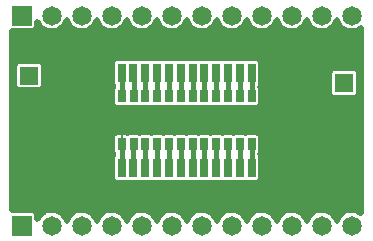
<source format=gbl>
G04 This is an RS-274x file exported by *
G04 gerbv version 2.6.0 *
G04 More information is available about gerbv at *
G04 http://gerbv.gpleda.org/ *
G04 --End of header info--*
%MOIN*%
%FSLAX34Y34*%
%IPPOS*%
G04 --Define apertures--*
%ADD10C,0.0060*%
%ADD11R,0.0600X0.0600*%
%ADD12R,0.0650X0.0650*%
%ADD13C,0.0650*%
%ADD14R,0.0256X0.0630*%
%ADD15R,0.0256X0.0394*%
%ADD16C,0.0160*%
%ADD17C,0.0080*%
%ADD18C,0.0200*%
G04 --Start main section--*
G54D11*
G01X0052250Y-036000D03*
G01X0062750Y-036250D03*
G01X0052250Y-039000D03*
G01X0062750Y-038750D03*
G54D12*
G01X0052000Y-034000D03*
G54D13*
G01X0053000Y-034000D03*
G01X0054000Y-034000D03*
G01X0055000Y-034000D03*
G01X0056000Y-034000D03*
G01X0057000Y-034000D03*
G01X0058000Y-034000D03*
G01X0059000Y-034000D03*
G01X0060000Y-034000D03*
G01X0061000Y-034000D03*
G01X0062000Y-034000D03*
G01X0063000Y-034000D03*
G54D12*
G01X0052000Y-041000D03*
G54D13*
G01X0053000Y-041000D03*
G01X0054000Y-041000D03*
G01X0055000Y-041000D03*
G01X0056000Y-041000D03*
G01X0057000Y-041000D03*
G01X0058000Y-041000D03*
G01X0059000Y-041000D03*
G01X0060000Y-041000D03*
G01X0061000Y-041000D03*
G01X0062000Y-041000D03*
G01X0063000Y-041000D03*
G54D14*
G01X0055335Y-039075D03*
G01X0055728Y-039075D03*
G01X0056122Y-039075D03*
G01X0056516Y-039075D03*
G01X0056909Y-039075D03*
G01X0057303Y-039075D03*
G01X0057697Y-039075D03*
G01X0058091Y-039075D03*
G01X0058484Y-039075D03*
G01X0058878Y-039075D03*
G01X0059272Y-039075D03*
G01X0059665Y-039075D03*
G01X0059665Y-035925D03*
G01X0059272Y-035925D03*
G01X0058878Y-035925D03*
G01X0058484Y-035925D03*
G01X0058091Y-035925D03*
G01X0057697Y-035925D03*
G01X0057303Y-035925D03*
G01X0056909Y-035925D03*
G01X0056516Y-035925D03*
G01X0056122Y-035925D03*
G01X0055728Y-035925D03*
G01X0055335Y-035925D03*
G54D15*
G01X0059666Y-036693D03*
G01X0059666Y-037205D03*
G01X0056516Y-038288D03*
G01X0056516Y-037776D03*
G01X0056910Y-038288D03*
G01X0056910Y-037776D03*
G01X0057304Y-038288D03*
G01X0057304Y-037776D03*
G01X0057697Y-038288D03*
G01X0057697Y-037776D03*
G01X0058091Y-038288D03*
G01X0058091Y-037776D03*
G01X0058485Y-038288D03*
G01X0058485Y-037776D03*
G01X0058878Y-038288D03*
G01X0058878Y-037776D03*
G01X0059272Y-038288D03*
G01X0059272Y-037776D03*
G01X0059666Y-038288D03*
G01X0059666Y-037776D03*
G01X0059272Y-036693D03*
G01X0059272Y-037205D03*
G01X0058878Y-036693D03*
G01X0058878Y-037205D03*
G01X0058485Y-036693D03*
G01X0058485Y-037205D03*
G01X0058091Y-036693D03*
G01X0058091Y-037205D03*
G01X0057697Y-036693D03*
G01X0057697Y-037205D03*
G01X0057304Y-036693D03*
G01X0057304Y-037205D03*
G01X0056910Y-036693D03*
G01X0056910Y-037205D03*
G01X0056516Y-036693D03*
G01X0056516Y-037205D03*
G01X0056122Y-036693D03*
G01X0056122Y-037205D03*
G01X0055729Y-036693D03*
G01X0055729Y-037205D03*
G01X0055335Y-036693D03*
G01X0055335Y-037205D03*
G01X0056122Y-038288D03*
G01X0056122Y-037776D03*
G01X0055729Y-038288D03*
G01X0055729Y-037776D03*
G01X0055335Y-038288D03*
G01X0055335Y-037776D03*
G54D16*
G01X0055335Y-039232D02*
G01X0055335Y-038288D01*
G01X0058878Y-039232D02*
G01X0058878Y-038288D01*
G01X0059272Y-039232D02*
G01X0059272Y-038288D01*
G01X0059665Y-038289D02*
G01X0059666Y-038288D01*
G01X0059665Y-039232D02*
G01X0059665Y-038289D01*
G01X0059665Y-035768D02*
G01X0059665Y-036692D01*
G01X0059665Y-036692D02*
G01X0059666Y-036693D01*
G01X0059272Y-036693D02*
G01X0059272Y-035768D01*
G01X0058878Y-036693D02*
G01X0058878Y-035768D01*
G01X0058485Y-035769D02*
G01X0058484Y-035768D01*
G01X0058485Y-036693D02*
G01X0058485Y-035769D01*
G01X0058091Y-036693D02*
G01X0058091Y-035768D01*
G01X0057697Y-036693D02*
G01X0057697Y-035768D01*
G01X0057304Y-036693D02*
G01X0057304Y-035769D01*
G01X0057304Y-035769D02*
G01X0057303Y-035768D01*
G01X0055728Y-039232D02*
G01X0055728Y-038289D01*
G01X0055728Y-038289D02*
G01X0055729Y-038288D01*
G01X0056910Y-036693D02*
G01X0056910Y-035769D01*
G01X0056910Y-035769D02*
G01X0056909Y-035768D01*
G01X0056516Y-036693D02*
G01X0056516Y-035768D01*
G01X0056122Y-036693D02*
G01X0056122Y-035768D01*
G01X0055729Y-036693D02*
G01X0055729Y-035769D01*
G01X0055729Y-035769D02*
G01X0055728Y-035768D01*
G01X0055335Y-035768D02*
G01X0055335Y-036693D01*
G01X0056122Y-039232D02*
G01X0056122Y-038288D01*
G01X0056516Y-039232D02*
G01X0056516Y-038288D01*
G01X0056909Y-039232D02*
G01X0056909Y-038289D01*
G01X0056909Y-038289D02*
G01X0056910Y-038288D01*
G01X0057303Y-038289D02*
G01X0057304Y-038288D01*
G01X0057303Y-039232D02*
G01X0057303Y-038289D01*
G01X0057697Y-039232D02*
G01X0057697Y-038288D01*
G01X0058091Y-039232D02*
G01X0058091Y-038288D01*
G01X0058484Y-038289D02*
G01X0058485Y-038288D01*
G01X0058484Y-039232D02*
G01X0058484Y-038289D01*
G54D17*
G01X0055335Y-038288D02*
G01X0055335Y-037776D01*
G54D10*
G36*
G01X0063325Y-040587D02*
G01X0063251Y-040537D01*
G01X0063249Y-040536D01*
G01X0063249Y-036570D01*
G01X0063249Y-036531D01*
G01X0063249Y-035930D01*
G01X0063241Y-035892D01*
G01X0063226Y-035856D01*
G01X0063205Y-035823D01*
G01X0063177Y-035796D01*
G01X0063145Y-035774D01*
G01X0063109Y-035759D01*
G01X0063070Y-035751D01*
G01X0063031Y-035751D01*
G01X0062430Y-035751D01*
G01X0062392Y-035759D01*
G01X0062356Y-035774D01*
G01X0062323Y-035795D01*
G01X0062296Y-035823D01*
G01X0062274Y-035855D01*
G01X0062259Y-035891D01*
G01X0062251Y-035930D01*
G01X0062251Y-035969D01*
G01X0062251Y-036570D01*
G01X0062259Y-036608D01*
G01X0062274Y-036644D01*
G01X0062295Y-036677D01*
G01X0062323Y-036704D01*
G01X0062355Y-036726D01*
G01X0062391Y-036741D01*
G01X0062430Y-036749D01*
G01X0062469Y-036749D01*
G01X0063070Y-036749D01*
G01X0063108Y-036741D01*
G01X0063144Y-036726D01*
G01X0063177Y-036705D01*
G01X0063204Y-036677D01*
G01X0063226Y-036645D01*
G01X0063241Y-036609D01*
G01X0063249Y-036570D01*
G01X0063249Y-040536D01*
G01X0063156Y-040497D01*
G01X0063055Y-040476D01*
G01X0062953Y-040476D01*
G01X0062852Y-040495D01*
G01X0062756Y-040533D01*
G01X0062670Y-040589D01*
G01X0062597Y-040661D01*
G01X0062539Y-040746D01*
G01X0062499Y-040836D01*
G01X0062465Y-040753D01*
G01X0062408Y-040668D01*
G01X0062336Y-040595D01*
G01X0062251Y-040537D01*
G01X0062156Y-040497D01*
G01X0062055Y-040476D01*
G01X0061953Y-040476D01*
G01X0061852Y-040495D01*
G01X0061756Y-040533D01*
G01X0061670Y-040589D01*
G01X0061597Y-040661D01*
G01X0061539Y-040746D01*
G01X0061499Y-040836D01*
G01X0061465Y-040753D01*
G01X0061408Y-040668D01*
G01X0061336Y-040595D01*
G01X0061251Y-040537D01*
G01X0061156Y-040497D01*
G01X0061055Y-040476D01*
G01X0060953Y-040476D01*
G01X0060852Y-040495D01*
G01X0060756Y-040533D01*
G01X0060670Y-040589D01*
G01X0060597Y-040661D01*
G01X0060539Y-040746D01*
G01X0060499Y-040836D01*
G01X0060465Y-040753D01*
G01X0060408Y-040668D01*
G01X0060336Y-040595D01*
G01X0060251Y-040537D01*
G01X0060156Y-040497D01*
G01X0060055Y-040476D01*
G01X0059993Y-040476D01*
G01X0059993Y-038505D01*
G01X0059993Y-038466D01*
G01X0059993Y-038071D01*
G01X0059993Y-036910D01*
G01X0059993Y-036871D01*
G01X0059993Y-036476D01*
G01X0059985Y-036438D01*
G01X0059970Y-036402D01*
G01X0059949Y-036369D01*
G01X0059947Y-036367D01*
G01X0059969Y-036335D01*
G01X0059984Y-036299D01*
G01X0059992Y-036260D01*
G01X0059992Y-036221D01*
G01X0059992Y-035590D01*
G01X0059984Y-035552D01*
G01X0059969Y-035516D01*
G01X0059948Y-035483D01*
G01X0059920Y-035456D01*
G01X0059888Y-035434D01*
G01X0059852Y-035419D01*
G01X0059813Y-035411D01*
G01X0059774Y-035411D01*
G01X0059517Y-035411D01*
G01X0059479Y-035419D01*
G01X0059469Y-035423D01*
G01X0059459Y-035419D01*
G01X0059420Y-035411D01*
G01X0059381Y-035411D01*
G01X0059124Y-035411D01*
G01X0059086Y-035419D01*
G01X0059075Y-035423D01*
G01X0059065Y-035419D01*
G01X0059026Y-035411D01*
G01X0058987Y-035411D01*
G01X0058730Y-035411D01*
G01X0058692Y-035419D01*
G01X0058681Y-035423D01*
G01X0058671Y-035419D01*
G01X0058632Y-035411D01*
G01X0058593Y-035411D01*
G01X0058336Y-035411D01*
G01X0058298Y-035419D01*
G01X0058288Y-035423D01*
G01X0058278Y-035419D01*
G01X0058239Y-035411D01*
G01X0058200Y-035411D01*
G01X0057943Y-035411D01*
G01X0057905Y-035419D01*
G01X0057894Y-035423D01*
G01X0057884Y-035419D01*
G01X0057845Y-035411D01*
G01X0057806Y-035411D01*
G01X0057549Y-035411D01*
G01X0057511Y-035419D01*
G01X0057500Y-035423D01*
G01X0057490Y-035419D01*
G01X0057451Y-035411D01*
G01X0057412Y-035411D01*
G01X0057155Y-035411D01*
G01X0057117Y-035419D01*
G01X0057106Y-035423D01*
G01X0057096Y-035419D01*
G01X0057057Y-035411D01*
G01X0057018Y-035411D01*
G01X0056761Y-035411D01*
G01X0056723Y-035419D01*
G01X0056713Y-035423D01*
G01X0056703Y-035419D01*
G01X0056664Y-035411D01*
G01X0056625Y-035411D01*
G01X0056368Y-035411D01*
G01X0056330Y-035419D01*
G01X0056319Y-035423D01*
G01X0056309Y-035419D01*
G01X0056270Y-035411D01*
G01X0056231Y-035411D01*
G01X0055974Y-035411D01*
G01X0055936Y-035419D01*
G01X0055925Y-035423D01*
G01X0055915Y-035419D01*
G01X0055876Y-035411D01*
G01X0055837Y-035411D01*
G01X0055580Y-035411D01*
G01X0055542Y-035419D01*
G01X0055532Y-035423D01*
G01X0055522Y-035419D01*
G01X0055483Y-035411D01*
G01X0055444Y-035411D01*
G01X0055187Y-035411D01*
G01X0055149Y-035419D01*
G01X0055113Y-035434D01*
G01X0055080Y-035455D01*
G01X0055053Y-035483D01*
G01X0055031Y-035515D01*
G01X0055016Y-035551D01*
G01X0055008Y-035590D01*
G01X0055008Y-035629D01*
G01X0055008Y-036260D01*
G01X0055016Y-036298D01*
G01X0055031Y-036334D01*
G01X0055052Y-036367D01*
G01X0055053Y-036368D01*
G01X0055053Y-036369D01*
G01X0055031Y-036401D01*
G01X0055016Y-036437D01*
G01X0055008Y-036476D01*
G01X0055008Y-036515D01*
G01X0055008Y-036910D01*
G01X0055016Y-036948D01*
G01X0055031Y-036984D01*
G01X0055052Y-037017D01*
G01X0055080Y-037044D01*
G01X0055112Y-037066D01*
G01X0055148Y-037081D01*
G01X0055187Y-037089D01*
G01X0055226Y-037089D01*
G01X0055483Y-037089D01*
G01X0055521Y-037081D01*
G01X0055531Y-037076D01*
G01X0055542Y-037081D01*
G01X0055581Y-037089D01*
G01X0055620Y-037089D01*
G01X0055877Y-037089D01*
G01X0055915Y-037081D01*
G01X0055925Y-037076D01*
G01X0055935Y-037081D01*
G01X0055974Y-037089D01*
G01X0056013Y-037089D01*
G01X0056270Y-037089D01*
G01X0056308Y-037081D01*
G01X0056318Y-037076D01*
G01X0056329Y-037081D01*
G01X0056368Y-037089D01*
G01X0056407Y-037089D01*
G01X0056664Y-037089D01*
G01X0056702Y-037081D01*
G01X0056712Y-037076D01*
G01X0056723Y-037081D01*
G01X0056762Y-037089D01*
G01X0056801Y-037089D01*
G01X0057058Y-037089D01*
G01X0057096Y-037081D01*
G01X0057106Y-037076D01*
G01X0057117Y-037081D01*
G01X0057156Y-037089D01*
G01X0057195Y-037089D01*
G01X0057452Y-037089D01*
G01X0057490Y-037081D01*
G01X0057500Y-037076D01*
G01X0057510Y-037081D01*
G01X0057549Y-037089D01*
G01X0057588Y-037089D01*
G01X0057845Y-037089D01*
G01X0057883Y-037081D01*
G01X0057893Y-037076D01*
G01X0057904Y-037081D01*
G01X0057943Y-037089D01*
G01X0057982Y-037089D01*
G01X0058239Y-037089D01*
G01X0058277Y-037081D01*
G01X0058287Y-037076D01*
G01X0058298Y-037081D01*
G01X0058337Y-037089D01*
G01X0058376Y-037089D01*
G01X0058633Y-037089D01*
G01X0058671Y-037081D01*
G01X0058681Y-037076D01*
G01X0058691Y-037081D01*
G01X0058730Y-037089D01*
G01X0058769Y-037089D01*
G01X0059026Y-037089D01*
G01X0059064Y-037081D01*
G01X0059074Y-037076D01*
G01X0059085Y-037081D01*
G01X0059124Y-037089D01*
G01X0059163Y-037089D01*
G01X0059420Y-037089D01*
G01X0059458Y-037081D01*
G01X0059468Y-037076D01*
G01X0059479Y-037081D01*
G01X0059518Y-037089D01*
G01X0059557Y-037089D01*
G01X0059814Y-037089D01*
G01X0059852Y-037081D01*
G01X0059888Y-037066D01*
G01X0059921Y-037045D01*
G01X0059948Y-037017D01*
G01X0059970Y-036985D01*
G01X0059985Y-036949D01*
G01X0059993Y-036910D01*
G01X0059993Y-038071D01*
G01X0059985Y-038033D01*
G01X0059970Y-037997D01*
G01X0059949Y-037964D01*
G01X0059921Y-037937D01*
G01X0059889Y-037915D01*
G01X0059853Y-037900D01*
G01X0059814Y-037892D01*
G01X0059775Y-037892D01*
G01X0059518Y-037892D01*
G01X0059480Y-037900D01*
G01X0059469Y-037904D01*
G01X0059459Y-037900D01*
G01X0059420Y-037892D01*
G01X0059381Y-037892D01*
G01X0059124Y-037892D01*
G01X0059086Y-037900D01*
G01X0059075Y-037904D01*
G01X0059065Y-037900D01*
G01X0059026Y-037892D01*
G01X0058987Y-037892D01*
G01X0058730Y-037892D01*
G01X0058692Y-037900D01*
G01X0058682Y-037904D01*
G01X0058672Y-037900D01*
G01X0058633Y-037892D01*
G01X0058594Y-037892D01*
G01X0058337Y-037892D01*
G01X0058299Y-037900D01*
G01X0058288Y-037904D01*
G01X0058278Y-037900D01*
G01X0058239Y-037892D01*
G01X0058200Y-037892D01*
G01X0057943Y-037892D01*
G01X0057905Y-037900D01*
G01X0057894Y-037904D01*
G01X0057884Y-037900D01*
G01X0057845Y-037892D01*
G01X0057806Y-037892D01*
G01X0057549Y-037892D01*
G01X0057511Y-037900D01*
G01X0057501Y-037904D01*
G01X0057491Y-037900D01*
G01X0057452Y-037892D01*
G01X0057413Y-037892D01*
G01X0057156Y-037892D01*
G01X0057118Y-037900D01*
G01X0057107Y-037904D01*
G01X0057097Y-037900D01*
G01X0057058Y-037892D01*
G01X0057019Y-037892D01*
G01X0056762Y-037892D01*
G01X0056724Y-037900D01*
G01X0056713Y-037904D01*
G01X0056703Y-037900D01*
G01X0056664Y-037892D01*
G01X0056625Y-037892D01*
G01X0056368Y-037892D01*
G01X0056330Y-037900D01*
G01X0056319Y-037904D01*
G01X0056309Y-037900D01*
G01X0056270Y-037892D01*
G01X0056231Y-037892D01*
G01X0055974Y-037892D01*
G01X0055936Y-037900D01*
G01X0055926Y-037904D01*
G01X0055916Y-037900D01*
G01X0055877Y-037892D01*
G01X0055838Y-037892D01*
G01X0055581Y-037892D01*
G01X0055543Y-037900D01*
G01X0055532Y-037904D01*
G01X0055522Y-037900D01*
G01X0055483Y-037892D01*
G01X0055444Y-037892D01*
G01X0055187Y-037892D01*
G01X0055149Y-037900D01*
G01X0055113Y-037915D01*
G01X0055080Y-037936D01*
G01X0055053Y-037964D01*
G01X0055031Y-037996D01*
G01X0055016Y-038032D01*
G01X0055008Y-038071D01*
G01X0055008Y-038110D01*
G01X0055008Y-038505D01*
G01X0055016Y-038543D01*
G01X0055031Y-038579D01*
G01X0055052Y-038612D01*
G01X0055055Y-038614D01*
G01X0055055Y-038630D01*
G01X0055053Y-038633D01*
G01X0055031Y-038665D01*
G01X0055016Y-038701D01*
G01X0055008Y-038740D01*
G01X0055008Y-038779D01*
G01X0055008Y-039410D01*
G01X0055016Y-039448D01*
G01X0055031Y-039484D01*
G01X0055052Y-039517D01*
G01X0055080Y-039544D01*
G01X0055112Y-039566D01*
G01X0055148Y-039581D01*
G01X0055187Y-039589D01*
G01X0055226Y-039589D01*
G01X0055483Y-039589D01*
G01X0055521Y-039581D01*
G01X0055531Y-039576D01*
G01X0055541Y-039581D01*
G01X0055580Y-039589D01*
G01X0055619Y-039589D01*
G01X0055876Y-039589D01*
G01X0055914Y-039581D01*
G01X0055924Y-039576D01*
G01X0055935Y-039581D01*
G01X0055974Y-039589D01*
G01X0056013Y-039589D01*
G01X0056270Y-039589D01*
G01X0056308Y-039581D01*
G01X0056318Y-039576D01*
G01X0056329Y-039581D01*
G01X0056368Y-039589D01*
G01X0056407Y-039589D01*
G01X0056664Y-039589D01*
G01X0056702Y-039581D01*
G01X0056712Y-039576D01*
G01X0056722Y-039581D01*
G01X0056761Y-039589D01*
G01X0056800Y-039589D01*
G01X0057057Y-039589D01*
G01X0057095Y-039581D01*
G01X0057105Y-039576D01*
G01X0057116Y-039581D01*
G01X0057155Y-039589D01*
G01X0057194Y-039589D01*
G01X0057451Y-039589D01*
G01X0057489Y-039581D01*
G01X0057499Y-039576D01*
G01X0057510Y-039581D01*
G01X0057549Y-039589D01*
G01X0057588Y-039589D01*
G01X0057845Y-039589D01*
G01X0057883Y-039581D01*
G01X0057893Y-039576D01*
G01X0057904Y-039581D01*
G01X0057943Y-039589D01*
G01X0057982Y-039589D01*
G01X0058239Y-039589D01*
G01X0058277Y-039581D01*
G01X0058287Y-039576D01*
G01X0058297Y-039581D01*
G01X0058336Y-039589D01*
G01X0058375Y-039589D01*
G01X0058632Y-039589D01*
G01X0058670Y-039581D01*
G01X0058680Y-039576D01*
G01X0058691Y-039581D01*
G01X0058730Y-039589D01*
G01X0058769Y-039589D01*
G01X0059026Y-039589D01*
G01X0059064Y-039581D01*
G01X0059074Y-039576D01*
G01X0059085Y-039581D01*
G01X0059124Y-039589D01*
G01X0059163Y-039589D01*
G01X0059420Y-039589D01*
G01X0059458Y-039581D01*
G01X0059468Y-039576D01*
G01X0059478Y-039581D01*
G01X0059517Y-039589D01*
G01X0059556Y-039589D01*
G01X0059813Y-039589D01*
G01X0059851Y-039581D01*
G01X0059887Y-039566D01*
G01X0059920Y-039545D01*
G01X0059947Y-039517D01*
G01X0059969Y-039485D01*
G01X0059984Y-039449D01*
G01X0059992Y-039410D01*
G01X0059992Y-039371D01*
G01X0059992Y-038740D01*
G01X0059984Y-038702D01*
G01X0059969Y-038666D01*
G01X0059948Y-038633D01*
G01X0059945Y-038630D01*
G01X0059945Y-038615D01*
G01X0059948Y-038612D01*
G01X0059970Y-038580D01*
G01X0059985Y-038544D01*
G01X0059993Y-038505D01*
G01X0059993Y-040476D01*
G01X0059953Y-040476D01*
G01X0059852Y-040495D01*
G01X0059756Y-040533D01*
G01X0059670Y-040589D01*
G01X0059597Y-040661D01*
G01X0059539Y-040746D01*
G01X0059499Y-040836D01*
G01X0059465Y-040753D01*
G01X0059408Y-040668D01*
G01X0059336Y-040595D01*
G01X0059251Y-040537D01*
G01X0059156Y-040497D01*
G01X0059055Y-040476D01*
G01X0058953Y-040476D01*
G01X0058852Y-040495D01*
G01X0058756Y-040533D01*
G01X0058670Y-040589D01*
G01X0058597Y-040661D01*
G01X0058539Y-040746D01*
G01X0058499Y-040836D01*
G01X0058465Y-040753D01*
G01X0058408Y-040668D01*
G01X0058336Y-040595D01*
G01X0058251Y-040537D01*
G01X0058156Y-040497D01*
G01X0058055Y-040476D01*
G01X0057953Y-040476D01*
G01X0057852Y-040495D01*
G01X0057756Y-040533D01*
G01X0057670Y-040589D01*
G01X0057597Y-040661D01*
G01X0057539Y-040746D01*
G01X0057499Y-040836D01*
G01X0057465Y-040753D01*
G01X0057408Y-040668D01*
G01X0057336Y-040595D01*
G01X0057251Y-040537D01*
G01X0057156Y-040497D01*
G01X0057055Y-040476D01*
G01X0056953Y-040476D01*
G01X0056852Y-040495D01*
G01X0056756Y-040533D01*
G01X0056670Y-040589D01*
G01X0056597Y-040661D01*
G01X0056539Y-040746D01*
G01X0056499Y-040836D01*
G01X0056465Y-040753D01*
G01X0056408Y-040668D01*
G01X0056336Y-040595D01*
G01X0056251Y-040537D01*
G01X0056156Y-040497D01*
G01X0056055Y-040476D01*
G01X0055953Y-040476D01*
G01X0055852Y-040495D01*
G01X0055756Y-040533D01*
G01X0055670Y-040589D01*
G01X0055597Y-040661D01*
G01X0055539Y-040746D01*
G01X0055499Y-040836D01*
G01X0055465Y-040753D01*
G01X0055408Y-040668D01*
G01X0055336Y-040595D01*
G01X0055251Y-040537D01*
G01X0055156Y-040497D01*
G01X0055055Y-040476D01*
G01X0054953Y-040476D01*
G01X0054852Y-040495D01*
G01X0054756Y-040533D01*
G01X0054670Y-040589D01*
G01X0054597Y-040661D01*
G01X0054539Y-040746D01*
G01X0054499Y-040836D01*
G01X0054465Y-040753D01*
G01X0054408Y-040668D01*
G01X0054336Y-040595D01*
G01X0054251Y-040537D01*
G01X0054156Y-040497D01*
G01X0054055Y-040476D01*
G01X0053953Y-040476D01*
G01X0053852Y-040495D01*
G01X0053756Y-040533D01*
G01X0053670Y-040589D01*
G01X0053597Y-040661D01*
G01X0053539Y-040746D01*
G01X0053499Y-040836D01*
G01X0053465Y-040753D01*
G01X0053408Y-040668D01*
G01X0053336Y-040595D01*
G01X0053251Y-040537D01*
G01X0053156Y-040497D01*
G01X0053055Y-040476D01*
G01X0052953Y-040476D01*
G01X0052852Y-040495D01*
G01X0052756Y-040533D01*
G01X0052749Y-040537D01*
G01X0052749Y-036320D01*
G01X0052749Y-036281D01*
G01X0052749Y-035680D01*
G01X0052741Y-035642D01*
G01X0052726Y-035606D01*
G01X0052705Y-035573D01*
G01X0052677Y-035546D01*
G01X0052645Y-035524D01*
G01X0052609Y-035509D01*
G01X0052570Y-035501D01*
G01X0052531Y-035501D01*
G01X0051930Y-035501D01*
G01X0051892Y-035509D01*
G01X0051856Y-035524D01*
G01X0051823Y-035545D01*
G01X0051796Y-035573D01*
G01X0051774Y-035605D01*
G01X0051759Y-035641D01*
G01X0051751Y-035680D01*
G01X0051751Y-035719D01*
G01X0051751Y-036320D01*
G01X0051759Y-036358D01*
G01X0051774Y-036394D01*
G01X0051795Y-036427D01*
G01X0051823Y-036454D01*
G01X0051855Y-036476D01*
G01X0051891Y-036491D01*
G01X0051930Y-036499D01*
G01X0051969Y-036499D01*
G01X0052570Y-036499D01*
G01X0052608Y-036491D01*
G01X0052644Y-036476D01*
G01X0052677Y-036455D01*
G01X0052704Y-036427D01*
G01X0052726Y-036395D01*
G01X0052741Y-036359D01*
G01X0052749Y-036320D01*
G01X0052749Y-040537D01*
G01X0052670Y-040589D01*
G01X0052597Y-040661D01*
G01X0052539Y-040746D01*
G01X0052524Y-040780D01*
G01X0052524Y-040655D01*
G01X0052516Y-040617D01*
G01X0052501Y-040581D01*
G01X0052480Y-040548D01*
G01X0052452Y-040521D01*
G01X0052420Y-040499D01*
G01X0052384Y-040484D01*
G01X0052345Y-040476D01*
G01X0052306Y-040476D01*
G01X0051675Y-040476D01*
G01X0051675Y-034524D01*
G01X0051694Y-034524D01*
G01X0052345Y-034524D01*
G01X0052383Y-034516D01*
G01X0052419Y-034501D01*
G01X0052452Y-034480D01*
G01X0052479Y-034452D01*
G01X0052501Y-034420D01*
G01X0052516Y-034384D01*
G01X0052524Y-034345D01*
G01X0052524Y-034306D01*
G01X0052524Y-034220D01*
G01X0052532Y-034240D01*
G01X0052587Y-034327D01*
G01X0052658Y-034401D01*
G01X0052743Y-034459D01*
G01X0052837Y-034501D01*
G01X0052937Y-034523D01*
G01X0053040Y-034525D01*
G01X0053141Y-034507D01*
G01X0053237Y-034470D01*
G01X0053324Y-034415D01*
G01X0053398Y-034344D01*
G01X0053458Y-034260D01*
G01X0053499Y-034167D01*
G01X0053500Y-034160D01*
G01X0053532Y-034240D01*
G01X0053587Y-034327D01*
G01X0053658Y-034401D01*
G01X0053743Y-034459D01*
G01X0053837Y-034501D01*
G01X0053937Y-034523D01*
G01X0054040Y-034525D01*
G01X0054141Y-034507D01*
G01X0054237Y-034470D01*
G01X0054324Y-034415D01*
G01X0054398Y-034344D01*
G01X0054458Y-034260D01*
G01X0054499Y-034167D01*
G01X0054500Y-034160D01*
G01X0054532Y-034240D01*
G01X0054587Y-034327D01*
G01X0054658Y-034401D01*
G01X0054743Y-034459D01*
G01X0054837Y-034501D01*
G01X0054937Y-034523D01*
G01X0055040Y-034525D01*
G01X0055141Y-034507D01*
G01X0055237Y-034470D01*
G01X0055324Y-034415D01*
G01X0055398Y-034344D01*
G01X0055458Y-034260D01*
G01X0055499Y-034167D01*
G01X0055500Y-034160D01*
G01X0055532Y-034240D01*
G01X0055587Y-034327D01*
G01X0055658Y-034401D01*
G01X0055743Y-034459D01*
G01X0055837Y-034501D01*
G01X0055937Y-034523D01*
G01X0056040Y-034525D01*
G01X0056141Y-034507D01*
G01X0056237Y-034470D01*
G01X0056324Y-034415D01*
G01X0056398Y-034344D01*
G01X0056458Y-034260D01*
G01X0056499Y-034167D01*
G01X0056500Y-034160D01*
G01X0056532Y-034240D01*
G01X0056587Y-034327D01*
G01X0056658Y-034401D01*
G01X0056743Y-034459D01*
G01X0056837Y-034501D01*
G01X0056937Y-034523D01*
G01X0057040Y-034525D01*
G01X0057141Y-034507D01*
G01X0057237Y-034470D01*
G01X0057324Y-034415D01*
G01X0057398Y-034344D01*
G01X0057458Y-034260D01*
G01X0057499Y-034167D01*
G01X0057500Y-034160D01*
G01X0057532Y-034240D01*
G01X0057587Y-034327D01*
G01X0057658Y-034401D01*
G01X0057743Y-034459D01*
G01X0057837Y-034501D01*
G01X0057937Y-034523D01*
G01X0058040Y-034525D01*
G01X0058141Y-034507D01*
G01X0058237Y-034470D01*
G01X0058324Y-034415D01*
G01X0058398Y-034344D01*
G01X0058458Y-034260D01*
G01X0058499Y-034167D01*
G01X0058500Y-034160D01*
G01X0058532Y-034240D01*
G01X0058587Y-034327D01*
G01X0058658Y-034401D01*
G01X0058743Y-034459D01*
G01X0058837Y-034501D01*
G01X0058937Y-034523D01*
G01X0059040Y-034525D01*
G01X0059141Y-034507D01*
G01X0059237Y-034470D01*
G01X0059324Y-034415D01*
G01X0059398Y-034344D01*
G01X0059458Y-034260D01*
G01X0059499Y-034167D01*
G01X0059500Y-034160D01*
G01X0059532Y-034240D01*
G01X0059587Y-034327D01*
G01X0059658Y-034401D01*
G01X0059743Y-034459D01*
G01X0059837Y-034501D01*
G01X0059937Y-034523D01*
G01X0060040Y-034525D01*
G01X0060141Y-034507D01*
G01X0060237Y-034470D01*
G01X0060324Y-034415D01*
G01X0060398Y-034344D01*
G01X0060458Y-034260D01*
G01X0060499Y-034167D01*
G01X0060500Y-034160D01*
G01X0060532Y-034240D01*
G01X0060587Y-034327D01*
G01X0060658Y-034401D01*
G01X0060743Y-034459D01*
G01X0060837Y-034501D01*
G01X0060937Y-034523D01*
G01X0061040Y-034525D01*
G01X0061141Y-034507D01*
G01X0061237Y-034470D01*
G01X0061324Y-034415D01*
G01X0061398Y-034344D01*
G01X0061458Y-034260D01*
G01X0061499Y-034167D01*
G01X0061500Y-034160D01*
G01X0061532Y-034240D01*
G01X0061587Y-034327D01*
G01X0061658Y-034401D01*
G01X0061743Y-034459D01*
G01X0061837Y-034501D01*
G01X0061937Y-034523D01*
G01X0062040Y-034525D01*
G01X0062141Y-034507D01*
G01X0062237Y-034470D01*
G01X0062324Y-034415D01*
G01X0062398Y-034344D01*
G01X0062458Y-034260D01*
G01X0062499Y-034167D01*
G01X0062500Y-034160D01*
G01X0062532Y-034240D01*
G01X0062587Y-034327D01*
G01X0062658Y-034401D01*
G01X0062743Y-034459D01*
G01X0062837Y-034501D01*
G01X0062937Y-034523D01*
G01X0063040Y-034525D01*
G01X0063141Y-034507D01*
G01X0063237Y-034470D01*
G01X0063324Y-034415D01*
G01X0063325Y-034414D01*
G01X0063325Y-040587D01*
G01X0063325Y-040587D01*
G37*
G54D18*
G01X0063325Y-040587D02*
G01X0063251Y-040537D01*
G01X0063251Y-040537D02*
G01X0063249Y-040536D01*
G01X0063249Y-040536D02*
G01X0063249Y-036570D01*
G01X0063249Y-036570D02*
G01X0063249Y-036531D01*
G01X0063249Y-036531D02*
G01X0063249Y-035930D01*
G01X0063249Y-035930D02*
G01X0063241Y-035892D01*
G01X0063241Y-035892D02*
G01X0063226Y-035856D01*
G01X0063226Y-035856D02*
G01X0063205Y-035823D01*
G01X0063205Y-035823D02*
G01X0063177Y-035796D01*
G01X0063177Y-035796D02*
G01X0063145Y-035774D01*
G01X0063145Y-035774D02*
G01X0063109Y-035759D01*
G01X0063109Y-035759D02*
G01X0063070Y-035751D01*
G01X0063070Y-035751D02*
G01X0063031Y-035751D01*
G01X0063031Y-035751D02*
G01X0062430Y-035751D01*
G01X0062430Y-035751D02*
G01X0062392Y-035759D01*
G01X0062392Y-035759D02*
G01X0062356Y-035774D01*
G01X0062356Y-035774D02*
G01X0062323Y-035795D01*
G01X0062323Y-035795D02*
G01X0062296Y-035823D01*
G01X0062296Y-035823D02*
G01X0062274Y-035855D01*
G01X0062274Y-035855D02*
G01X0062259Y-035891D01*
G01X0062259Y-035891D02*
G01X0062251Y-035930D01*
G01X0062251Y-035930D02*
G01X0062251Y-035969D01*
G01X0062251Y-035969D02*
G01X0062251Y-036570D01*
G01X0062251Y-036570D02*
G01X0062259Y-036608D01*
G01X0062259Y-036608D02*
G01X0062274Y-036644D01*
G01X0062274Y-036644D02*
G01X0062295Y-036677D01*
G01X0062295Y-036677D02*
G01X0062323Y-036704D01*
G01X0062323Y-036704D02*
G01X0062355Y-036726D01*
G01X0062355Y-036726D02*
G01X0062391Y-036741D01*
G01X0062391Y-036741D02*
G01X0062430Y-036749D01*
G01X0062430Y-036749D02*
G01X0062469Y-036749D01*
G01X0062469Y-036749D02*
G01X0063070Y-036749D01*
G01X0063070Y-036749D02*
G01X0063108Y-036741D01*
G01X0063108Y-036741D02*
G01X0063144Y-036726D01*
G01X0063144Y-036726D02*
G01X0063177Y-036705D01*
G01X0063177Y-036705D02*
G01X0063204Y-036677D01*
G01X0063204Y-036677D02*
G01X0063226Y-036645D01*
G01X0063226Y-036645D02*
G01X0063241Y-036609D01*
G01X0063241Y-036609D02*
G01X0063249Y-036570D01*
G01X0063249Y-036570D02*
G01X0063249Y-040536D01*
G01X0063249Y-040536D02*
G01X0063156Y-040497D01*
G01X0063156Y-040497D02*
G01X0063055Y-040476D01*
G01X0063055Y-040476D02*
G01X0062953Y-040476D01*
G01X0062953Y-040476D02*
G01X0062852Y-040495D01*
G01X0062852Y-040495D02*
G01X0062756Y-040533D01*
G01X0062756Y-040533D02*
G01X0062670Y-040589D01*
G01X0062670Y-040589D02*
G01X0062597Y-040661D01*
G01X0062597Y-040661D02*
G01X0062539Y-040746D01*
G01X0062539Y-040746D02*
G01X0062499Y-040836D01*
G01X0062499Y-040836D02*
G01X0062465Y-040753D01*
G01X0062465Y-040753D02*
G01X0062408Y-040668D01*
G01X0062408Y-040668D02*
G01X0062336Y-040595D01*
G01X0062336Y-040595D02*
G01X0062251Y-040537D01*
G01X0062251Y-040537D02*
G01X0062156Y-040497D01*
G01X0062156Y-040497D02*
G01X0062055Y-040476D01*
G01X0062055Y-040476D02*
G01X0061953Y-040476D01*
G01X0061953Y-040476D02*
G01X0061852Y-040495D01*
G01X0061852Y-040495D02*
G01X0061756Y-040533D01*
G01X0061756Y-040533D02*
G01X0061670Y-040589D01*
G01X0061670Y-040589D02*
G01X0061597Y-040661D01*
G01X0061597Y-040661D02*
G01X0061539Y-040746D01*
G01X0061539Y-040746D02*
G01X0061499Y-040836D01*
G01X0061499Y-040836D02*
G01X0061465Y-040753D01*
G01X0061465Y-040753D02*
G01X0061408Y-040668D01*
G01X0061408Y-040668D02*
G01X0061336Y-040595D01*
G01X0061336Y-040595D02*
G01X0061251Y-040537D01*
G01X0061251Y-040537D02*
G01X0061156Y-040497D01*
G01X0061156Y-040497D02*
G01X0061055Y-040476D01*
G01X0061055Y-040476D02*
G01X0060953Y-040476D01*
G01X0060953Y-040476D02*
G01X0060852Y-040495D01*
G01X0060852Y-040495D02*
G01X0060756Y-040533D01*
G01X0060756Y-040533D02*
G01X0060670Y-040589D01*
G01X0060670Y-040589D02*
G01X0060597Y-040661D01*
G01X0060597Y-040661D02*
G01X0060539Y-040746D01*
G01X0060539Y-040746D02*
G01X0060499Y-040836D01*
G01X0060499Y-040836D02*
G01X0060465Y-040753D01*
G01X0060465Y-040753D02*
G01X0060408Y-040668D01*
G01X0060408Y-040668D02*
G01X0060336Y-040595D01*
G01X0060336Y-040595D02*
G01X0060251Y-040537D01*
G01X0060251Y-040537D02*
G01X0060156Y-040497D01*
G01X0060156Y-040497D02*
G01X0060055Y-040476D01*
G01X0060055Y-040476D02*
G01X0059993Y-040476D01*
G01X0059993Y-040476D02*
G01X0059993Y-038505D01*
G01X0059993Y-038505D02*
G01X0059993Y-038466D01*
G01X0059993Y-038466D02*
G01X0059993Y-038071D01*
G01X0059993Y-038071D02*
G01X0059993Y-036910D01*
G01X0059993Y-036910D02*
G01X0059993Y-036871D01*
G01X0059993Y-036871D02*
G01X0059993Y-036476D01*
G01X0059993Y-036476D02*
G01X0059985Y-036438D01*
G01X0059985Y-036438D02*
G01X0059970Y-036402D01*
G01X0059970Y-036402D02*
G01X0059949Y-036369D01*
G01X0059949Y-036369D02*
G01X0059947Y-036367D01*
G01X0059947Y-036367D02*
G01X0059969Y-036335D01*
G01X0059969Y-036335D02*
G01X0059984Y-036299D01*
G01X0059984Y-036299D02*
G01X0059992Y-036260D01*
G01X0059992Y-036260D02*
G01X0059992Y-036221D01*
G01X0059992Y-036221D02*
G01X0059992Y-035590D01*
G01X0059992Y-035590D02*
G01X0059984Y-035552D01*
G01X0059984Y-035552D02*
G01X0059969Y-035516D01*
G01X0059969Y-035516D02*
G01X0059948Y-035483D01*
G01X0059948Y-035483D02*
G01X0059920Y-035456D01*
G01X0059920Y-035456D02*
G01X0059888Y-035434D01*
G01X0059888Y-035434D02*
G01X0059852Y-035419D01*
G01X0059852Y-035419D02*
G01X0059813Y-035411D01*
G01X0059813Y-035411D02*
G01X0059774Y-035411D01*
G01X0059774Y-035411D02*
G01X0059517Y-035411D01*
G01X0059517Y-035411D02*
G01X0059479Y-035419D01*
G01X0059479Y-035419D02*
G01X0059469Y-035423D01*
G01X0059469Y-035423D02*
G01X0059459Y-035419D01*
G01X0059459Y-035419D02*
G01X0059420Y-035411D01*
G01X0059420Y-035411D02*
G01X0059381Y-035411D01*
G01X0059381Y-035411D02*
G01X0059124Y-035411D01*
G01X0059124Y-035411D02*
G01X0059086Y-035419D01*
G01X0059086Y-035419D02*
G01X0059075Y-035423D01*
G01X0059075Y-035423D02*
G01X0059065Y-035419D01*
G01X0059065Y-035419D02*
G01X0059026Y-035411D01*
G01X0059026Y-035411D02*
G01X0058987Y-035411D01*
G01X0058987Y-035411D02*
G01X0058730Y-035411D01*
G01X0058730Y-035411D02*
G01X0058692Y-035419D01*
G01X0058692Y-035419D02*
G01X0058681Y-035423D01*
G01X0058681Y-035423D02*
G01X0058671Y-035419D01*
G01X0058671Y-035419D02*
G01X0058632Y-035411D01*
G01X0058632Y-035411D02*
G01X0058593Y-035411D01*
G01X0058593Y-035411D02*
G01X0058336Y-035411D01*
G01X0058336Y-035411D02*
G01X0058298Y-035419D01*
G01X0058298Y-035419D02*
G01X0058288Y-035423D01*
G01X0058288Y-035423D02*
G01X0058278Y-035419D01*
G01X0058278Y-035419D02*
G01X0058239Y-035411D01*
G01X0058239Y-035411D02*
G01X0058200Y-035411D01*
G01X0058200Y-035411D02*
G01X0057943Y-035411D01*
G01X0057943Y-035411D02*
G01X0057905Y-035419D01*
G01X0057905Y-035419D02*
G01X0057894Y-035423D01*
G01X0057894Y-035423D02*
G01X0057884Y-035419D01*
G01X0057884Y-035419D02*
G01X0057845Y-035411D01*
G01X0057845Y-035411D02*
G01X0057806Y-035411D01*
G01X0057806Y-035411D02*
G01X0057549Y-035411D01*
G01X0057549Y-035411D02*
G01X0057511Y-035419D01*
G01X0057511Y-035419D02*
G01X0057500Y-035423D01*
G01X0057500Y-035423D02*
G01X0057490Y-035419D01*
G01X0057490Y-035419D02*
G01X0057451Y-035411D01*
G01X0057451Y-035411D02*
G01X0057412Y-035411D01*
G01X0057412Y-035411D02*
G01X0057155Y-035411D01*
G01X0057155Y-035411D02*
G01X0057117Y-035419D01*
G01X0057117Y-035419D02*
G01X0057106Y-035423D01*
G01X0057106Y-035423D02*
G01X0057096Y-035419D01*
G01X0057096Y-035419D02*
G01X0057057Y-035411D01*
G01X0057057Y-035411D02*
G01X0057018Y-035411D01*
G01X0057018Y-035411D02*
G01X0056761Y-035411D01*
G01X0056761Y-035411D02*
G01X0056723Y-035419D01*
G01X0056723Y-035419D02*
G01X0056713Y-035423D01*
G01X0056713Y-035423D02*
G01X0056703Y-035419D01*
G01X0056703Y-035419D02*
G01X0056664Y-035411D01*
G01X0056664Y-035411D02*
G01X0056625Y-035411D01*
G01X0056625Y-035411D02*
G01X0056368Y-035411D01*
G01X0056368Y-035411D02*
G01X0056330Y-035419D01*
G01X0056330Y-035419D02*
G01X0056319Y-035423D01*
G01X0056319Y-035423D02*
G01X0056309Y-035419D01*
G01X0056309Y-035419D02*
G01X0056270Y-035411D01*
G01X0056270Y-035411D02*
G01X0056231Y-035411D01*
G01X0056231Y-035411D02*
G01X0055974Y-035411D01*
G01X0055974Y-035411D02*
G01X0055936Y-035419D01*
G01X0055936Y-035419D02*
G01X0055925Y-035423D01*
G01X0055925Y-035423D02*
G01X0055915Y-035419D01*
G01X0055915Y-035419D02*
G01X0055876Y-035411D01*
G01X0055876Y-035411D02*
G01X0055837Y-035411D01*
G01X0055837Y-035411D02*
G01X0055580Y-035411D01*
G01X0055580Y-035411D02*
G01X0055542Y-035419D01*
G01X0055542Y-035419D02*
G01X0055532Y-035423D01*
G01X0055532Y-035423D02*
G01X0055522Y-035419D01*
G01X0055522Y-035419D02*
G01X0055483Y-035411D01*
G01X0055483Y-035411D02*
G01X0055444Y-035411D01*
G01X0055444Y-035411D02*
G01X0055187Y-035411D01*
G01X0055187Y-035411D02*
G01X0055149Y-035419D01*
G01X0055149Y-035419D02*
G01X0055113Y-035434D01*
G01X0055113Y-035434D02*
G01X0055080Y-035455D01*
G01X0055080Y-035455D02*
G01X0055053Y-035483D01*
G01X0055053Y-035483D02*
G01X0055031Y-035515D01*
G01X0055031Y-035515D02*
G01X0055016Y-035551D01*
G01X0055016Y-035551D02*
G01X0055008Y-035590D01*
G01X0055008Y-035590D02*
G01X0055008Y-035629D01*
G01X0055008Y-035629D02*
G01X0055008Y-036260D01*
G01X0055008Y-036260D02*
G01X0055016Y-036298D01*
G01X0055016Y-036298D02*
G01X0055031Y-036334D01*
G01X0055031Y-036334D02*
G01X0055052Y-036367D01*
G01X0055052Y-036367D02*
G01X0055053Y-036368D01*
G01X0055053Y-036368D02*
G01X0055053Y-036369D01*
G01X0055053Y-036369D02*
G01X0055031Y-036401D01*
G01X0055031Y-036401D02*
G01X0055016Y-036437D01*
G01X0055016Y-036437D02*
G01X0055008Y-036476D01*
G01X0055008Y-036476D02*
G01X0055008Y-036515D01*
G01X0055008Y-036515D02*
G01X0055008Y-036910D01*
G01X0055008Y-036910D02*
G01X0055016Y-036948D01*
G01X0055016Y-036948D02*
G01X0055031Y-036984D01*
G01X0055031Y-036984D02*
G01X0055052Y-037017D01*
G01X0055052Y-037017D02*
G01X0055080Y-037044D01*
G01X0055080Y-037044D02*
G01X0055112Y-037066D01*
G01X0055112Y-037066D02*
G01X0055148Y-037081D01*
G01X0055148Y-037081D02*
G01X0055187Y-037089D01*
G01X0055187Y-037089D02*
G01X0055226Y-037089D01*
G01X0055226Y-037089D02*
G01X0055483Y-037089D01*
G01X0055483Y-037089D02*
G01X0055521Y-037081D01*
G01X0055521Y-037081D02*
G01X0055531Y-037076D01*
G01X0055531Y-037076D02*
G01X0055542Y-037081D01*
G01X0055542Y-037081D02*
G01X0055581Y-037089D01*
G01X0055581Y-037089D02*
G01X0055620Y-037089D01*
G01X0055620Y-037089D02*
G01X0055877Y-037089D01*
G01X0055877Y-037089D02*
G01X0055915Y-037081D01*
G01X0055915Y-037081D02*
G01X0055925Y-037076D01*
G01X0055925Y-037076D02*
G01X0055935Y-037081D01*
G01X0055935Y-037081D02*
G01X0055974Y-037089D01*
G01X0055974Y-037089D02*
G01X0056013Y-037089D01*
G01X0056013Y-037089D02*
G01X0056270Y-037089D01*
G01X0056270Y-037089D02*
G01X0056308Y-037081D01*
G01X0056308Y-037081D02*
G01X0056318Y-037076D01*
G01X0056318Y-037076D02*
G01X0056329Y-037081D01*
G01X0056329Y-037081D02*
G01X0056368Y-037089D01*
G01X0056368Y-037089D02*
G01X0056407Y-037089D01*
G01X0056407Y-037089D02*
G01X0056664Y-037089D01*
G01X0056664Y-037089D02*
G01X0056702Y-037081D01*
G01X0056702Y-037081D02*
G01X0056712Y-037076D01*
G01X0056712Y-037076D02*
G01X0056723Y-037081D01*
G01X0056723Y-037081D02*
G01X0056762Y-037089D01*
G01X0056762Y-037089D02*
G01X0056801Y-037089D01*
G01X0056801Y-037089D02*
G01X0057058Y-037089D01*
G01X0057058Y-037089D02*
G01X0057096Y-037081D01*
G01X0057096Y-037081D02*
G01X0057106Y-037076D01*
G01X0057106Y-037076D02*
G01X0057117Y-037081D01*
G01X0057117Y-037081D02*
G01X0057156Y-037089D01*
G01X0057156Y-037089D02*
G01X0057195Y-037089D01*
G01X0057195Y-037089D02*
G01X0057452Y-037089D01*
G01X0057452Y-037089D02*
G01X0057490Y-037081D01*
G01X0057490Y-037081D02*
G01X0057500Y-037076D01*
G01X0057500Y-037076D02*
G01X0057510Y-037081D01*
G01X0057510Y-037081D02*
G01X0057549Y-037089D01*
G01X0057549Y-037089D02*
G01X0057588Y-037089D01*
G01X0057588Y-037089D02*
G01X0057845Y-037089D01*
G01X0057845Y-037089D02*
G01X0057883Y-037081D01*
G01X0057883Y-037081D02*
G01X0057893Y-037076D01*
G01X0057893Y-037076D02*
G01X0057904Y-037081D01*
G01X0057904Y-037081D02*
G01X0057943Y-037089D01*
G01X0057943Y-037089D02*
G01X0057982Y-037089D01*
G01X0057982Y-037089D02*
G01X0058239Y-037089D01*
G01X0058239Y-037089D02*
G01X0058277Y-037081D01*
G01X0058277Y-037081D02*
G01X0058287Y-037076D01*
G01X0058287Y-037076D02*
G01X0058298Y-037081D01*
G01X0058298Y-037081D02*
G01X0058337Y-037089D01*
G01X0058337Y-037089D02*
G01X0058376Y-037089D01*
G01X0058376Y-037089D02*
G01X0058633Y-037089D01*
G01X0058633Y-037089D02*
G01X0058671Y-037081D01*
G01X0058671Y-037081D02*
G01X0058681Y-037076D01*
G01X0058681Y-037076D02*
G01X0058691Y-037081D01*
G01X0058691Y-037081D02*
G01X0058730Y-037089D01*
G01X0058730Y-037089D02*
G01X0058769Y-037089D01*
G01X0058769Y-037089D02*
G01X0059026Y-037089D01*
G01X0059026Y-037089D02*
G01X0059064Y-037081D01*
G01X0059064Y-037081D02*
G01X0059074Y-037076D01*
G01X0059074Y-037076D02*
G01X0059085Y-037081D01*
G01X0059085Y-037081D02*
G01X0059124Y-037089D01*
G01X0059124Y-037089D02*
G01X0059163Y-037089D01*
G01X0059163Y-037089D02*
G01X0059420Y-037089D01*
G01X0059420Y-037089D02*
G01X0059458Y-037081D01*
G01X0059458Y-037081D02*
G01X0059468Y-037076D01*
G01X0059468Y-037076D02*
G01X0059479Y-037081D01*
G01X0059479Y-037081D02*
G01X0059518Y-037089D01*
G01X0059518Y-037089D02*
G01X0059557Y-037089D01*
G01X0059557Y-037089D02*
G01X0059814Y-037089D01*
G01X0059814Y-037089D02*
G01X0059852Y-037081D01*
G01X0059852Y-037081D02*
G01X0059888Y-037066D01*
G01X0059888Y-037066D02*
G01X0059921Y-037045D01*
G01X0059921Y-037045D02*
G01X0059948Y-037017D01*
G01X0059948Y-037017D02*
G01X0059970Y-036985D01*
G01X0059970Y-036985D02*
G01X0059985Y-036949D01*
G01X0059985Y-036949D02*
G01X0059993Y-036910D01*
G01X0059993Y-036910D02*
G01X0059993Y-038071D01*
G01X0059993Y-038071D02*
G01X0059985Y-038033D01*
G01X0059985Y-038033D02*
G01X0059970Y-037997D01*
G01X0059970Y-037997D02*
G01X0059949Y-037964D01*
G01X0059949Y-037964D02*
G01X0059921Y-037937D01*
G01X0059921Y-037937D02*
G01X0059889Y-037915D01*
G01X0059889Y-037915D02*
G01X0059853Y-037900D01*
G01X0059853Y-037900D02*
G01X0059814Y-037892D01*
G01X0059814Y-037892D02*
G01X0059775Y-037892D01*
G01X0059775Y-037892D02*
G01X0059518Y-037892D01*
G01X0059518Y-037892D02*
G01X0059480Y-037900D01*
G01X0059480Y-037900D02*
G01X0059469Y-037904D01*
G01X0059469Y-037904D02*
G01X0059459Y-037900D01*
G01X0059459Y-037900D02*
G01X0059420Y-037892D01*
G01X0059420Y-037892D02*
G01X0059381Y-037892D01*
G01X0059381Y-037892D02*
G01X0059124Y-037892D01*
G01X0059124Y-037892D02*
G01X0059086Y-037900D01*
G01X0059086Y-037900D02*
G01X0059075Y-037904D01*
G01X0059075Y-037904D02*
G01X0059065Y-037900D01*
G01X0059065Y-037900D02*
G01X0059026Y-037892D01*
G01X0059026Y-037892D02*
G01X0058987Y-037892D01*
G01X0058987Y-037892D02*
G01X0058730Y-037892D01*
G01X0058730Y-037892D02*
G01X0058692Y-037900D01*
G01X0058692Y-037900D02*
G01X0058682Y-037904D01*
G01X0058682Y-037904D02*
G01X0058672Y-037900D01*
G01X0058672Y-037900D02*
G01X0058633Y-037892D01*
G01X0058633Y-037892D02*
G01X0058594Y-037892D01*
G01X0058594Y-037892D02*
G01X0058337Y-037892D01*
G01X0058337Y-037892D02*
G01X0058299Y-037900D01*
G01X0058299Y-037900D02*
G01X0058288Y-037904D01*
G01X0058288Y-037904D02*
G01X0058278Y-037900D01*
G01X0058278Y-037900D02*
G01X0058239Y-037892D01*
G01X0058239Y-037892D02*
G01X0058200Y-037892D01*
G01X0058200Y-037892D02*
G01X0057943Y-037892D01*
G01X0057943Y-037892D02*
G01X0057905Y-037900D01*
G01X0057905Y-037900D02*
G01X0057894Y-037904D01*
G01X0057894Y-037904D02*
G01X0057884Y-037900D01*
G01X0057884Y-037900D02*
G01X0057845Y-037892D01*
G01X0057845Y-037892D02*
G01X0057806Y-037892D01*
G01X0057806Y-037892D02*
G01X0057549Y-037892D01*
G01X0057549Y-037892D02*
G01X0057511Y-037900D01*
G01X0057511Y-037900D02*
G01X0057501Y-037904D01*
G01X0057501Y-037904D02*
G01X0057491Y-037900D01*
G01X0057491Y-037900D02*
G01X0057452Y-037892D01*
G01X0057452Y-037892D02*
G01X0057413Y-037892D01*
G01X0057413Y-037892D02*
G01X0057156Y-037892D01*
G01X0057156Y-037892D02*
G01X0057118Y-037900D01*
G01X0057118Y-037900D02*
G01X0057107Y-037904D01*
G01X0057107Y-037904D02*
G01X0057097Y-037900D01*
G01X0057097Y-037900D02*
G01X0057058Y-037892D01*
G01X0057058Y-037892D02*
G01X0057019Y-037892D01*
G01X0057019Y-037892D02*
G01X0056762Y-037892D01*
G01X0056762Y-037892D02*
G01X0056724Y-037900D01*
G01X0056724Y-037900D02*
G01X0056713Y-037904D01*
G01X0056713Y-037904D02*
G01X0056703Y-037900D01*
G01X0056703Y-037900D02*
G01X0056664Y-037892D01*
G01X0056664Y-037892D02*
G01X0056625Y-037892D01*
G01X0056625Y-037892D02*
G01X0056368Y-037892D01*
G01X0056368Y-037892D02*
G01X0056330Y-037900D01*
G01X0056330Y-037900D02*
G01X0056319Y-037904D01*
G01X0056319Y-037904D02*
G01X0056309Y-037900D01*
G01X0056309Y-037900D02*
G01X0056270Y-037892D01*
G01X0056270Y-037892D02*
G01X0056231Y-037892D01*
G01X0056231Y-037892D02*
G01X0055974Y-037892D01*
G01X0055974Y-037892D02*
G01X0055936Y-037900D01*
G01X0055936Y-037900D02*
G01X0055926Y-037904D01*
G01X0055926Y-037904D02*
G01X0055916Y-037900D01*
G01X0055916Y-037900D02*
G01X0055877Y-037892D01*
G01X0055877Y-037892D02*
G01X0055838Y-037892D01*
G01X0055838Y-037892D02*
G01X0055581Y-037892D01*
G01X0055581Y-037892D02*
G01X0055543Y-037900D01*
G01X0055543Y-037900D02*
G01X0055532Y-037904D01*
G01X0055532Y-037904D02*
G01X0055522Y-037900D01*
G01X0055522Y-037900D02*
G01X0055483Y-037892D01*
G01X0055483Y-037892D02*
G01X0055444Y-037892D01*
G01X0055444Y-037892D02*
G01X0055187Y-037892D01*
G01X0055187Y-037892D02*
G01X0055149Y-037900D01*
G01X0055149Y-037900D02*
G01X0055113Y-037915D01*
G01X0055113Y-037915D02*
G01X0055080Y-037936D01*
G01X0055080Y-037936D02*
G01X0055053Y-037964D01*
G01X0055053Y-037964D02*
G01X0055031Y-037996D01*
G01X0055031Y-037996D02*
G01X0055016Y-038032D01*
G01X0055016Y-038032D02*
G01X0055008Y-038071D01*
G01X0055008Y-038071D02*
G01X0055008Y-038110D01*
G01X0055008Y-038110D02*
G01X0055008Y-038505D01*
G01X0055008Y-038505D02*
G01X0055016Y-038543D01*
G01X0055016Y-038543D02*
G01X0055031Y-038579D01*
G01X0055031Y-038579D02*
G01X0055052Y-038612D01*
G01X0055052Y-038612D02*
G01X0055055Y-038614D01*
G01X0055055Y-038614D02*
G01X0055055Y-038630D01*
G01X0055055Y-038630D02*
G01X0055053Y-038633D01*
G01X0055053Y-038633D02*
G01X0055031Y-038665D01*
G01X0055031Y-038665D02*
G01X0055016Y-038701D01*
G01X0055016Y-038701D02*
G01X0055008Y-038740D01*
G01X0055008Y-038740D02*
G01X0055008Y-038779D01*
G01X0055008Y-038779D02*
G01X0055008Y-039410D01*
G01X0055008Y-039410D02*
G01X0055016Y-039448D01*
G01X0055016Y-039448D02*
G01X0055031Y-039484D01*
G01X0055031Y-039484D02*
G01X0055052Y-039517D01*
G01X0055052Y-039517D02*
G01X0055080Y-039544D01*
G01X0055080Y-039544D02*
G01X0055112Y-039566D01*
G01X0055112Y-039566D02*
G01X0055148Y-039581D01*
G01X0055148Y-039581D02*
G01X0055187Y-039589D01*
G01X0055187Y-039589D02*
G01X0055226Y-039589D01*
G01X0055226Y-039589D02*
G01X0055483Y-039589D01*
G01X0055483Y-039589D02*
G01X0055521Y-039581D01*
G01X0055521Y-039581D02*
G01X0055531Y-039576D01*
G01X0055531Y-039576D02*
G01X0055541Y-039581D01*
G01X0055541Y-039581D02*
G01X0055580Y-039589D01*
G01X0055580Y-039589D02*
G01X0055619Y-039589D01*
G01X0055619Y-039589D02*
G01X0055876Y-039589D01*
G01X0055876Y-039589D02*
G01X0055914Y-039581D01*
G01X0055914Y-039581D02*
G01X0055924Y-039576D01*
G01X0055924Y-039576D02*
G01X0055935Y-039581D01*
G01X0055935Y-039581D02*
G01X0055974Y-039589D01*
G01X0055974Y-039589D02*
G01X0056013Y-039589D01*
G01X0056013Y-039589D02*
G01X0056270Y-039589D01*
G01X0056270Y-039589D02*
G01X0056308Y-039581D01*
G01X0056308Y-039581D02*
G01X0056318Y-039576D01*
G01X0056318Y-039576D02*
G01X0056329Y-039581D01*
G01X0056329Y-039581D02*
G01X0056368Y-039589D01*
G01X0056368Y-039589D02*
G01X0056407Y-039589D01*
G01X0056407Y-039589D02*
G01X0056664Y-039589D01*
G01X0056664Y-039589D02*
G01X0056702Y-039581D01*
G01X0056702Y-039581D02*
G01X0056712Y-039576D01*
G01X0056712Y-039576D02*
G01X0056722Y-039581D01*
G01X0056722Y-039581D02*
G01X0056761Y-039589D01*
G01X0056761Y-039589D02*
G01X0056800Y-039589D01*
G01X0056800Y-039589D02*
G01X0057057Y-039589D01*
G01X0057057Y-039589D02*
G01X0057095Y-039581D01*
G01X0057095Y-039581D02*
G01X0057105Y-039576D01*
G01X0057105Y-039576D02*
G01X0057116Y-039581D01*
G01X0057116Y-039581D02*
G01X0057155Y-039589D01*
G01X0057155Y-039589D02*
G01X0057194Y-039589D01*
G01X0057194Y-039589D02*
G01X0057451Y-039589D01*
G01X0057451Y-039589D02*
G01X0057489Y-039581D01*
G01X0057489Y-039581D02*
G01X0057499Y-039576D01*
G01X0057499Y-039576D02*
G01X0057510Y-039581D01*
G01X0057510Y-039581D02*
G01X0057549Y-039589D01*
G01X0057549Y-039589D02*
G01X0057588Y-039589D01*
G01X0057588Y-039589D02*
G01X0057845Y-039589D01*
G01X0057845Y-039589D02*
G01X0057883Y-039581D01*
G01X0057883Y-039581D02*
G01X0057893Y-039576D01*
G01X0057893Y-039576D02*
G01X0057904Y-039581D01*
G01X0057904Y-039581D02*
G01X0057943Y-039589D01*
G01X0057943Y-039589D02*
G01X0057982Y-039589D01*
G01X0057982Y-039589D02*
G01X0058239Y-039589D01*
G01X0058239Y-039589D02*
G01X0058277Y-039581D01*
G01X0058277Y-039581D02*
G01X0058287Y-039576D01*
G01X0058287Y-039576D02*
G01X0058297Y-039581D01*
G01X0058297Y-039581D02*
G01X0058336Y-039589D01*
G01X0058336Y-039589D02*
G01X0058375Y-039589D01*
G01X0058375Y-039589D02*
G01X0058632Y-039589D01*
G01X0058632Y-039589D02*
G01X0058670Y-039581D01*
G01X0058670Y-039581D02*
G01X0058680Y-039576D01*
G01X0058680Y-039576D02*
G01X0058691Y-039581D01*
G01X0058691Y-039581D02*
G01X0058730Y-039589D01*
G01X0058730Y-039589D02*
G01X0058769Y-039589D01*
G01X0058769Y-039589D02*
G01X0059026Y-039589D01*
G01X0059026Y-039589D02*
G01X0059064Y-039581D01*
G01X0059064Y-039581D02*
G01X0059074Y-039576D01*
G01X0059074Y-039576D02*
G01X0059085Y-039581D01*
G01X0059085Y-039581D02*
G01X0059124Y-039589D01*
G01X0059124Y-039589D02*
G01X0059163Y-039589D01*
G01X0059163Y-039589D02*
G01X0059420Y-039589D01*
G01X0059420Y-039589D02*
G01X0059458Y-039581D01*
G01X0059458Y-039581D02*
G01X0059468Y-039576D01*
G01X0059468Y-039576D02*
G01X0059478Y-039581D01*
G01X0059478Y-039581D02*
G01X0059517Y-039589D01*
G01X0059517Y-039589D02*
G01X0059556Y-039589D01*
G01X0059556Y-039589D02*
G01X0059813Y-039589D01*
G01X0059813Y-039589D02*
G01X0059851Y-039581D01*
G01X0059851Y-039581D02*
G01X0059887Y-039566D01*
G01X0059887Y-039566D02*
G01X0059920Y-039545D01*
G01X0059920Y-039545D02*
G01X0059947Y-039517D01*
G01X0059947Y-039517D02*
G01X0059969Y-039485D01*
G01X0059969Y-039485D02*
G01X0059984Y-039449D01*
G01X0059984Y-039449D02*
G01X0059992Y-039410D01*
G01X0059992Y-039410D02*
G01X0059992Y-039371D01*
G01X0059992Y-039371D02*
G01X0059992Y-038740D01*
G01X0059992Y-038740D02*
G01X0059984Y-038702D01*
G01X0059984Y-038702D02*
G01X0059969Y-038666D01*
G01X0059969Y-038666D02*
G01X0059948Y-038633D01*
G01X0059948Y-038633D02*
G01X0059945Y-038630D01*
G01X0059945Y-038630D02*
G01X0059945Y-038615D01*
G01X0059945Y-038615D02*
G01X0059948Y-038612D01*
G01X0059948Y-038612D02*
G01X0059970Y-038580D01*
G01X0059970Y-038580D02*
G01X0059985Y-038544D01*
G01X0059985Y-038544D02*
G01X0059993Y-038505D01*
G01X0059993Y-038505D02*
G01X0059993Y-040476D01*
G01X0059993Y-040476D02*
G01X0059953Y-040476D01*
G01X0059953Y-040476D02*
G01X0059852Y-040495D01*
G01X0059852Y-040495D02*
G01X0059756Y-040533D01*
G01X0059756Y-040533D02*
G01X0059670Y-040589D01*
G01X0059670Y-040589D02*
G01X0059597Y-040661D01*
G01X0059597Y-040661D02*
G01X0059539Y-040746D01*
G01X0059539Y-040746D02*
G01X0059499Y-040836D01*
G01X0059499Y-040836D02*
G01X0059465Y-040753D01*
G01X0059465Y-040753D02*
G01X0059408Y-040668D01*
G01X0059408Y-040668D02*
G01X0059336Y-040595D01*
G01X0059336Y-040595D02*
G01X0059251Y-040537D01*
G01X0059251Y-040537D02*
G01X0059156Y-040497D01*
G01X0059156Y-040497D02*
G01X0059055Y-040476D01*
G01X0059055Y-040476D02*
G01X0058953Y-040476D01*
G01X0058953Y-040476D02*
G01X0058852Y-040495D01*
G01X0058852Y-040495D02*
G01X0058756Y-040533D01*
G01X0058756Y-040533D02*
G01X0058670Y-040589D01*
G01X0058670Y-040589D02*
G01X0058597Y-040661D01*
G01X0058597Y-040661D02*
G01X0058539Y-040746D01*
G01X0058539Y-040746D02*
G01X0058499Y-040836D01*
G01X0058499Y-040836D02*
G01X0058465Y-040753D01*
G01X0058465Y-040753D02*
G01X0058408Y-040668D01*
G01X0058408Y-040668D02*
G01X0058336Y-040595D01*
G01X0058336Y-040595D02*
G01X0058251Y-040537D01*
G01X0058251Y-040537D02*
G01X0058156Y-040497D01*
G01X0058156Y-040497D02*
G01X0058055Y-040476D01*
G01X0058055Y-040476D02*
G01X0057953Y-040476D01*
G01X0057953Y-040476D02*
G01X0057852Y-040495D01*
G01X0057852Y-040495D02*
G01X0057756Y-040533D01*
G01X0057756Y-040533D02*
G01X0057670Y-040589D01*
G01X0057670Y-040589D02*
G01X0057597Y-040661D01*
G01X0057597Y-040661D02*
G01X0057539Y-040746D01*
G01X0057539Y-040746D02*
G01X0057499Y-040836D01*
G01X0057499Y-040836D02*
G01X0057465Y-040753D01*
G01X0057465Y-040753D02*
G01X0057408Y-040668D01*
G01X0057408Y-040668D02*
G01X0057336Y-040595D01*
G01X0057336Y-040595D02*
G01X0057251Y-040537D01*
G01X0057251Y-040537D02*
G01X0057156Y-040497D01*
G01X0057156Y-040497D02*
G01X0057055Y-040476D01*
G01X0057055Y-040476D02*
G01X0056953Y-040476D01*
G01X0056953Y-040476D02*
G01X0056852Y-040495D01*
G01X0056852Y-040495D02*
G01X0056756Y-040533D01*
G01X0056756Y-040533D02*
G01X0056670Y-040589D01*
G01X0056670Y-040589D02*
G01X0056597Y-040661D01*
G01X0056597Y-040661D02*
G01X0056539Y-040746D01*
G01X0056539Y-040746D02*
G01X0056499Y-040836D01*
G01X0056499Y-040836D02*
G01X0056465Y-040753D01*
G01X0056465Y-040753D02*
G01X0056408Y-040668D01*
G01X0056408Y-040668D02*
G01X0056336Y-040595D01*
G01X0056336Y-040595D02*
G01X0056251Y-040537D01*
G01X0056251Y-040537D02*
G01X0056156Y-040497D01*
G01X0056156Y-040497D02*
G01X0056055Y-040476D01*
G01X0056055Y-040476D02*
G01X0055953Y-040476D01*
G01X0055953Y-040476D02*
G01X0055852Y-040495D01*
G01X0055852Y-040495D02*
G01X0055756Y-040533D01*
G01X0055756Y-040533D02*
G01X0055670Y-040589D01*
G01X0055670Y-040589D02*
G01X0055597Y-040661D01*
G01X0055597Y-040661D02*
G01X0055539Y-040746D01*
G01X0055539Y-040746D02*
G01X0055499Y-040836D01*
G01X0055499Y-040836D02*
G01X0055465Y-040753D01*
G01X0055465Y-040753D02*
G01X0055408Y-040668D01*
G01X0055408Y-040668D02*
G01X0055336Y-040595D01*
G01X0055336Y-040595D02*
G01X0055251Y-040537D01*
G01X0055251Y-040537D02*
G01X0055156Y-040497D01*
G01X0055156Y-040497D02*
G01X0055055Y-040476D01*
G01X0055055Y-040476D02*
G01X0054953Y-040476D01*
G01X0054953Y-040476D02*
G01X0054852Y-040495D01*
G01X0054852Y-040495D02*
G01X0054756Y-040533D01*
G01X0054756Y-040533D02*
G01X0054670Y-040589D01*
G01X0054670Y-040589D02*
G01X0054597Y-040661D01*
G01X0054597Y-040661D02*
G01X0054539Y-040746D01*
G01X0054539Y-040746D02*
G01X0054499Y-040836D01*
G01X0054499Y-040836D02*
G01X0054465Y-040753D01*
G01X0054465Y-040753D02*
G01X0054408Y-040668D01*
G01X0054408Y-040668D02*
G01X0054336Y-040595D01*
G01X0054336Y-040595D02*
G01X0054251Y-040537D01*
G01X0054251Y-040537D02*
G01X0054156Y-040497D01*
G01X0054156Y-040497D02*
G01X0054055Y-040476D01*
G01X0054055Y-040476D02*
G01X0053953Y-040476D01*
G01X0053953Y-040476D02*
G01X0053852Y-040495D01*
G01X0053852Y-040495D02*
G01X0053756Y-040533D01*
G01X0053756Y-040533D02*
G01X0053670Y-040589D01*
G01X0053670Y-040589D02*
G01X0053597Y-040661D01*
G01X0053597Y-040661D02*
G01X0053539Y-040746D01*
G01X0053539Y-040746D02*
G01X0053499Y-040836D01*
G01X0053499Y-040836D02*
G01X0053465Y-040753D01*
G01X0053465Y-040753D02*
G01X0053408Y-040668D01*
G01X0053408Y-040668D02*
G01X0053336Y-040595D01*
G01X0053336Y-040595D02*
G01X0053251Y-040537D01*
G01X0053251Y-040537D02*
G01X0053156Y-040497D01*
G01X0053156Y-040497D02*
G01X0053055Y-040476D01*
G01X0053055Y-040476D02*
G01X0052953Y-040476D01*
G01X0052953Y-040476D02*
G01X0052852Y-040495D01*
G01X0052852Y-040495D02*
G01X0052756Y-040533D01*
G01X0052756Y-040533D02*
G01X0052749Y-040537D01*
G01X0052749Y-040537D02*
G01X0052749Y-036320D01*
G01X0052749Y-036320D02*
G01X0052749Y-036281D01*
G01X0052749Y-036281D02*
G01X0052749Y-035680D01*
G01X0052749Y-035680D02*
G01X0052741Y-035642D01*
G01X0052741Y-035642D02*
G01X0052726Y-035606D01*
G01X0052726Y-035606D02*
G01X0052705Y-035573D01*
G01X0052705Y-035573D02*
G01X0052677Y-035546D01*
G01X0052677Y-035546D02*
G01X0052645Y-035524D01*
G01X0052645Y-035524D02*
G01X0052609Y-035509D01*
G01X0052609Y-035509D02*
G01X0052570Y-035501D01*
G01X0052570Y-035501D02*
G01X0052531Y-035501D01*
G01X0052531Y-035501D02*
G01X0051930Y-035501D01*
G01X0051930Y-035501D02*
G01X0051892Y-035509D01*
G01X0051892Y-035509D02*
G01X0051856Y-035524D01*
G01X0051856Y-035524D02*
G01X0051823Y-035545D01*
G01X0051823Y-035545D02*
G01X0051796Y-035573D01*
G01X0051796Y-035573D02*
G01X0051774Y-035605D01*
G01X0051774Y-035605D02*
G01X0051759Y-035641D01*
G01X0051759Y-035641D02*
G01X0051751Y-035680D01*
G01X0051751Y-035680D02*
G01X0051751Y-035719D01*
G01X0051751Y-035719D02*
G01X0051751Y-036320D01*
G01X0051751Y-036320D02*
G01X0051759Y-036358D01*
G01X0051759Y-036358D02*
G01X0051774Y-036394D01*
G01X0051774Y-036394D02*
G01X0051795Y-036427D01*
G01X0051795Y-036427D02*
G01X0051823Y-036454D01*
G01X0051823Y-036454D02*
G01X0051855Y-036476D01*
G01X0051855Y-036476D02*
G01X0051891Y-036491D01*
G01X0051891Y-036491D02*
G01X0051930Y-036499D01*
G01X0051930Y-036499D02*
G01X0051969Y-036499D01*
G01X0051969Y-036499D02*
G01X0052570Y-036499D01*
G01X0052570Y-036499D02*
G01X0052608Y-036491D01*
G01X0052608Y-036491D02*
G01X0052644Y-036476D01*
G01X0052644Y-036476D02*
G01X0052677Y-036455D01*
G01X0052677Y-036455D02*
G01X0052704Y-036427D01*
G01X0052704Y-036427D02*
G01X0052726Y-036395D01*
G01X0052726Y-036395D02*
G01X0052741Y-036359D01*
G01X0052741Y-036359D02*
G01X0052749Y-036320D01*
G01X0052749Y-036320D02*
G01X0052749Y-040537D01*
G01X0052749Y-040537D02*
G01X0052670Y-040589D01*
G01X0052670Y-040589D02*
G01X0052597Y-040661D01*
G01X0052597Y-040661D02*
G01X0052539Y-040746D01*
G01X0052539Y-040746D02*
G01X0052524Y-040780D01*
G01X0052524Y-040780D02*
G01X0052524Y-040655D01*
G01X0052524Y-040655D02*
G01X0052516Y-040617D01*
G01X0052516Y-040617D02*
G01X0052501Y-040581D01*
G01X0052501Y-040581D02*
G01X0052480Y-040548D01*
G01X0052480Y-040548D02*
G01X0052452Y-040521D01*
G01X0052452Y-040521D02*
G01X0052420Y-040499D01*
G01X0052420Y-040499D02*
G01X0052384Y-040484D01*
G01X0052384Y-040484D02*
G01X0052345Y-040476D01*
G01X0052345Y-040476D02*
G01X0052306Y-040476D01*
G01X0052306Y-040476D02*
G01X0051675Y-040476D01*
G01X0051675Y-040476D02*
G01X0051675Y-034524D01*
G01X0051675Y-034524D02*
G01X0051694Y-034524D01*
G01X0051694Y-034524D02*
G01X0052345Y-034524D01*
G01X0052345Y-034524D02*
G01X0052383Y-034516D01*
G01X0052383Y-034516D02*
G01X0052419Y-034501D01*
G01X0052419Y-034501D02*
G01X0052452Y-034480D01*
G01X0052452Y-034480D02*
G01X0052479Y-034452D01*
G01X0052479Y-034452D02*
G01X0052501Y-034420D01*
G01X0052501Y-034420D02*
G01X0052516Y-034384D01*
G01X0052516Y-034384D02*
G01X0052524Y-034345D01*
G01X0052524Y-034345D02*
G01X0052524Y-034306D01*
G01X0052524Y-034306D02*
G01X0052524Y-034220D01*
G01X0052524Y-034220D02*
G01X0052532Y-034240D01*
G01X0052532Y-034240D02*
G01X0052587Y-034327D01*
G01X0052587Y-034327D02*
G01X0052658Y-034401D01*
G01X0052658Y-034401D02*
G01X0052743Y-034459D01*
G01X0052743Y-034459D02*
G01X0052837Y-034501D01*
G01X0052837Y-034501D02*
G01X0052937Y-034523D01*
G01X0052937Y-034523D02*
G01X0053040Y-034525D01*
G01X0053040Y-034525D02*
G01X0053141Y-034507D01*
G01X0053141Y-034507D02*
G01X0053237Y-034470D01*
G01X0053237Y-034470D02*
G01X0053324Y-034415D01*
G01X0053324Y-034415D02*
G01X0053398Y-034344D01*
G01X0053398Y-034344D02*
G01X0053458Y-034260D01*
G01X0053458Y-034260D02*
G01X0053499Y-034167D01*
G01X0053499Y-034167D02*
G01X0053500Y-034160D01*
G01X0053500Y-034160D02*
G01X0053532Y-034240D01*
G01X0053532Y-034240D02*
G01X0053587Y-034327D01*
G01X0053587Y-034327D02*
G01X0053658Y-034401D01*
G01X0053658Y-034401D02*
G01X0053743Y-034459D01*
G01X0053743Y-034459D02*
G01X0053837Y-034501D01*
G01X0053837Y-034501D02*
G01X0053937Y-034523D01*
G01X0053937Y-034523D02*
G01X0054040Y-034525D01*
G01X0054040Y-034525D02*
G01X0054141Y-034507D01*
G01X0054141Y-034507D02*
G01X0054237Y-034470D01*
G01X0054237Y-034470D02*
G01X0054324Y-034415D01*
G01X0054324Y-034415D02*
G01X0054398Y-034344D01*
G01X0054398Y-034344D02*
G01X0054458Y-034260D01*
G01X0054458Y-034260D02*
G01X0054499Y-034167D01*
G01X0054499Y-034167D02*
G01X0054500Y-034160D01*
G01X0054500Y-034160D02*
G01X0054532Y-034240D01*
G01X0054532Y-034240D02*
G01X0054587Y-034327D01*
G01X0054587Y-034327D02*
G01X0054658Y-034401D01*
G01X0054658Y-034401D02*
G01X0054743Y-034459D01*
G01X0054743Y-034459D02*
G01X0054837Y-034501D01*
G01X0054837Y-034501D02*
G01X0054937Y-034523D01*
G01X0054937Y-034523D02*
G01X0055040Y-034525D01*
G01X0055040Y-034525D02*
G01X0055141Y-034507D01*
G01X0055141Y-034507D02*
G01X0055237Y-034470D01*
G01X0055237Y-034470D02*
G01X0055324Y-034415D01*
G01X0055324Y-034415D02*
G01X0055398Y-034344D01*
G01X0055398Y-034344D02*
G01X0055458Y-034260D01*
G01X0055458Y-034260D02*
G01X0055499Y-034167D01*
G01X0055499Y-034167D02*
G01X0055500Y-034160D01*
G01X0055500Y-034160D02*
G01X0055532Y-034240D01*
G01X0055532Y-034240D02*
G01X0055587Y-034327D01*
G01X0055587Y-034327D02*
G01X0055658Y-034401D01*
G01X0055658Y-034401D02*
G01X0055743Y-034459D01*
G01X0055743Y-034459D02*
G01X0055837Y-034501D01*
G01X0055837Y-034501D02*
G01X0055937Y-034523D01*
G01X0055937Y-034523D02*
G01X0056040Y-034525D01*
G01X0056040Y-034525D02*
G01X0056141Y-034507D01*
G01X0056141Y-034507D02*
G01X0056237Y-034470D01*
G01X0056237Y-034470D02*
G01X0056324Y-034415D01*
G01X0056324Y-034415D02*
G01X0056398Y-034344D01*
G01X0056398Y-034344D02*
G01X0056458Y-034260D01*
G01X0056458Y-034260D02*
G01X0056499Y-034167D01*
G01X0056499Y-034167D02*
G01X0056500Y-034160D01*
G01X0056500Y-034160D02*
G01X0056532Y-034240D01*
G01X0056532Y-034240D02*
G01X0056587Y-034327D01*
G01X0056587Y-034327D02*
G01X0056658Y-034401D01*
G01X0056658Y-034401D02*
G01X0056743Y-034459D01*
G01X0056743Y-034459D02*
G01X0056837Y-034501D01*
G01X0056837Y-034501D02*
G01X0056937Y-034523D01*
G01X0056937Y-034523D02*
G01X0057040Y-034525D01*
G01X0057040Y-034525D02*
G01X0057141Y-034507D01*
G01X0057141Y-034507D02*
G01X0057237Y-034470D01*
G01X0057237Y-034470D02*
G01X0057324Y-034415D01*
G01X0057324Y-034415D02*
G01X0057398Y-034344D01*
G01X0057398Y-034344D02*
G01X0057458Y-034260D01*
G01X0057458Y-034260D02*
G01X0057499Y-034167D01*
G01X0057499Y-034167D02*
G01X0057500Y-034160D01*
G01X0057500Y-034160D02*
G01X0057532Y-034240D01*
G01X0057532Y-034240D02*
G01X0057587Y-034327D01*
G01X0057587Y-034327D02*
G01X0057658Y-034401D01*
G01X0057658Y-034401D02*
G01X0057743Y-034459D01*
G01X0057743Y-034459D02*
G01X0057837Y-034501D01*
G01X0057837Y-034501D02*
G01X0057937Y-034523D01*
G01X0057937Y-034523D02*
G01X0058040Y-034525D01*
G01X0058040Y-034525D02*
G01X0058141Y-034507D01*
G01X0058141Y-034507D02*
G01X0058237Y-034470D01*
G01X0058237Y-034470D02*
G01X0058324Y-034415D01*
G01X0058324Y-034415D02*
G01X0058398Y-034344D01*
G01X0058398Y-034344D02*
G01X0058458Y-034260D01*
G01X0058458Y-034260D02*
G01X0058499Y-034167D01*
G01X0058499Y-034167D02*
G01X0058500Y-034160D01*
G01X0058500Y-034160D02*
G01X0058532Y-034240D01*
G01X0058532Y-034240D02*
G01X0058587Y-034327D01*
G01X0058587Y-034327D02*
G01X0058658Y-034401D01*
G01X0058658Y-034401D02*
G01X0058743Y-034459D01*
G01X0058743Y-034459D02*
G01X0058837Y-034501D01*
G01X0058837Y-034501D02*
G01X0058937Y-034523D01*
G01X0058937Y-034523D02*
G01X0059040Y-034525D01*
G01X0059040Y-034525D02*
G01X0059141Y-034507D01*
G01X0059141Y-034507D02*
G01X0059237Y-034470D01*
G01X0059237Y-034470D02*
G01X0059324Y-034415D01*
G01X0059324Y-034415D02*
G01X0059398Y-034344D01*
G01X0059398Y-034344D02*
G01X0059458Y-034260D01*
G01X0059458Y-034260D02*
G01X0059499Y-034167D01*
G01X0059499Y-034167D02*
G01X0059500Y-034160D01*
G01X0059500Y-034160D02*
G01X0059532Y-034240D01*
G01X0059532Y-034240D02*
G01X0059587Y-034327D01*
G01X0059587Y-034327D02*
G01X0059658Y-034401D01*
G01X0059658Y-034401D02*
G01X0059743Y-034459D01*
G01X0059743Y-034459D02*
G01X0059837Y-034501D01*
G01X0059837Y-034501D02*
G01X0059937Y-034523D01*
G01X0059937Y-034523D02*
G01X0060040Y-034525D01*
G01X0060040Y-034525D02*
G01X0060141Y-034507D01*
G01X0060141Y-034507D02*
G01X0060237Y-034470D01*
G01X0060237Y-034470D02*
G01X0060324Y-034415D01*
G01X0060324Y-034415D02*
G01X0060398Y-034344D01*
G01X0060398Y-034344D02*
G01X0060458Y-034260D01*
G01X0060458Y-034260D02*
G01X0060499Y-034167D01*
G01X0060499Y-034167D02*
G01X0060500Y-034160D01*
G01X0060500Y-034160D02*
G01X0060532Y-034240D01*
G01X0060532Y-034240D02*
G01X0060587Y-034327D01*
G01X0060587Y-034327D02*
G01X0060658Y-034401D01*
G01X0060658Y-034401D02*
G01X0060743Y-034459D01*
G01X0060743Y-034459D02*
G01X0060837Y-034501D01*
G01X0060837Y-034501D02*
G01X0060937Y-034523D01*
G01X0060937Y-034523D02*
G01X0061040Y-034525D01*
G01X0061040Y-034525D02*
G01X0061141Y-034507D01*
G01X0061141Y-034507D02*
G01X0061237Y-034470D01*
G01X0061237Y-034470D02*
G01X0061324Y-034415D01*
G01X0061324Y-034415D02*
G01X0061398Y-034344D01*
G01X0061398Y-034344D02*
G01X0061458Y-034260D01*
G01X0061458Y-034260D02*
G01X0061499Y-034167D01*
G01X0061499Y-034167D02*
G01X0061500Y-034160D01*
G01X0061500Y-034160D02*
G01X0061532Y-034240D01*
G01X0061532Y-034240D02*
G01X0061587Y-034327D01*
G01X0061587Y-034327D02*
G01X0061658Y-034401D01*
G01X0061658Y-034401D02*
G01X0061743Y-034459D01*
G01X0061743Y-034459D02*
G01X0061837Y-034501D01*
G01X0061837Y-034501D02*
G01X0061937Y-034523D01*
G01X0061937Y-034523D02*
G01X0062040Y-034525D01*
G01X0062040Y-034525D02*
G01X0062141Y-034507D01*
G01X0062141Y-034507D02*
G01X0062237Y-034470D01*
G01X0062237Y-034470D02*
G01X0062324Y-034415D01*
G01X0062324Y-034415D02*
G01X0062398Y-034344D01*
G01X0062398Y-034344D02*
G01X0062458Y-034260D01*
G01X0062458Y-034260D02*
G01X0062499Y-034167D01*
G01X0062499Y-034167D02*
G01X0062500Y-034160D01*
G01X0062500Y-034160D02*
G01X0062532Y-034240D01*
G01X0062532Y-034240D02*
G01X0062587Y-034327D01*
G01X0062587Y-034327D02*
G01X0062658Y-034401D01*
G01X0062658Y-034401D02*
G01X0062743Y-034459D01*
G01X0062743Y-034459D02*
G01X0062837Y-034501D01*
G01X0062837Y-034501D02*
G01X0062937Y-034523D01*
G01X0062937Y-034523D02*
G01X0063040Y-034525D01*
G01X0063040Y-034525D02*
G01X0063141Y-034507D01*
G01X0063141Y-034507D02*
G01X0063237Y-034470D01*
G01X0063237Y-034470D02*
G01X0063324Y-034415D01*
G01X0063324Y-034415D02*
G01X0063325Y-034414D01*
G01X0063325Y-034414D02*
G01X0063325Y-040587D01*
M02*

</source>
